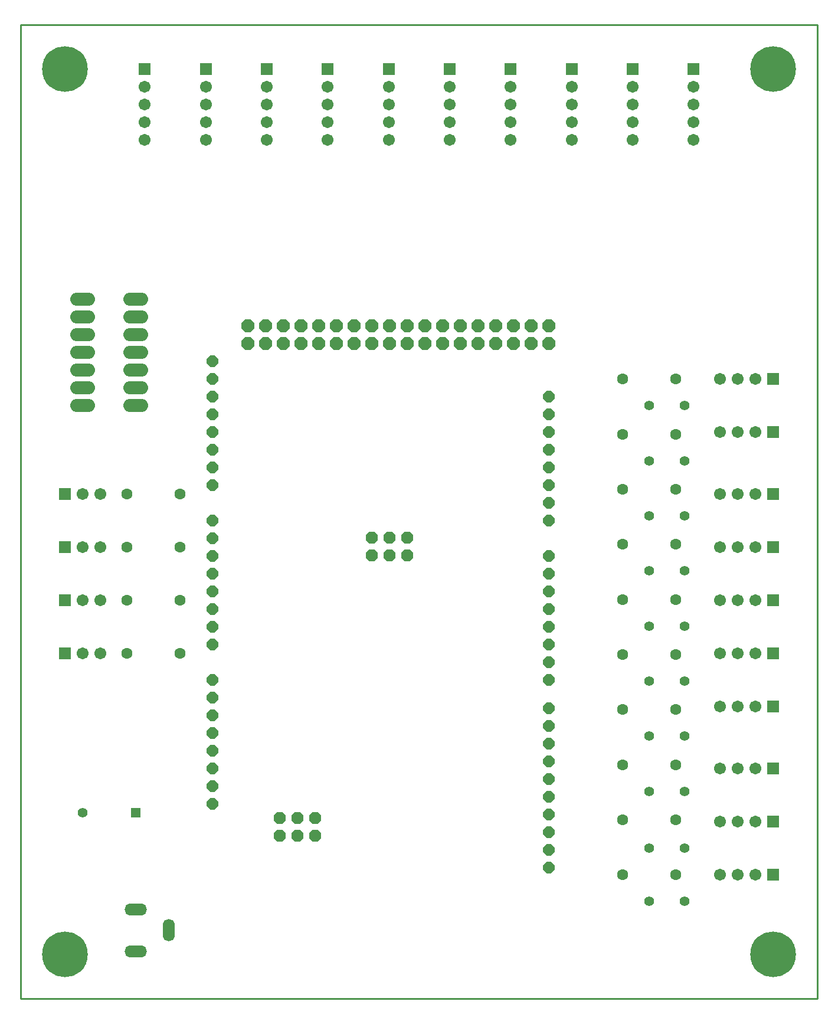
<source format=gts>
G04 Layer_Color=8388736*
%FSLAX25Y25*%
%MOIN*%
G70*
G01*
G75*
%ADD10C,0.01000*%
%ADD13C,0.00000*%
%ADD31C,0.06312*%
%ADD32C,0.05524*%
%ADD33R,0.05524X0.05524*%
%ADD34O,0.14000X0.07400*%
%ADD35P,0.08010X8X202.5*%
%ADD36P,0.07471X8X202.5*%
%ADD37P,0.06927X8X202.5*%
%ADD38C,0.25800*%
%ADD39R,0.06706X0.06706*%
%ADD40C,0.06706*%
%ADD41R,0.06706X0.06706*%
%ADD42O,0.06737X0.12674*%
%ADD43O,0.12674X0.06737*%
D10*
X-25000Y-24900D02*
X425000D01*
Y525000D01*
X-25000D02*
X425000D01*
X-25000Y-24900D02*
Y525000D01*
D13*
X56535Y10630D02*
Y16929D01*
Y10630D02*
X60472D01*
Y16929D01*
X56535D02*
X60472D01*
X36850Y0D02*
X43150D01*
Y3937D01*
X36850D02*
X43150D01*
X36850Y0D02*
Y3937D01*
Y23622D02*
X43150D01*
Y27559D01*
X36850D02*
X43150D01*
X36850Y23622D02*
Y27559D01*
D31*
X65000Y260000D02*
D03*
X35000D02*
D03*
X65000Y200000D02*
D03*
X35000D02*
D03*
X65000Y170000D02*
D03*
X35000D02*
D03*
X65000Y230000D02*
D03*
X35000D02*
D03*
X315000Y325000D02*
D03*
X345000D02*
D03*
X315000Y293889D02*
D03*
X345000D02*
D03*
X315000Y262778D02*
D03*
X345000D02*
D03*
X315000Y231667D02*
D03*
X345000D02*
D03*
X315000Y200555D02*
D03*
X345000D02*
D03*
X315000Y169444D02*
D03*
X345000D02*
D03*
X315000Y138333D02*
D03*
X345000D02*
D03*
X315000Y107222D02*
D03*
X345000D02*
D03*
X315000Y76111D02*
D03*
X345000D02*
D03*
X315000Y45000D02*
D03*
X345000D02*
D03*
D32*
X10000Y80000D02*
D03*
X350000Y310000D02*
D03*
X330000D02*
D03*
X350000Y278889D02*
D03*
X330000D02*
D03*
X350000Y247778D02*
D03*
X330000D02*
D03*
X350000Y216667D02*
D03*
X330000D02*
D03*
X350000Y185556D02*
D03*
X330000D02*
D03*
X350000Y154444D02*
D03*
X330000D02*
D03*
X350000Y123333D02*
D03*
X330000D02*
D03*
X350000Y92222D02*
D03*
X330000D02*
D03*
X350000Y60000D02*
D03*
X330000D02*
D03*
X350000Y30000D02*
D03*
X330000D02*
D03*
D33*
X40000Y80000D02*
D03*
D34*
X10000Y310000D02*
D03*
Y320000D02*
D03*
Y330000D02*
D03*
Y340000D02*
D03*
Y350000D02*
D03*
Y360000D02*
D03*
Y370000D02*
D03*
X40000Y310000D02*
D03*
Y370000D02*
D03*
Y360000D02*
D03*
Y350000D02*
D03*
Y340000D02*
D03*
Y330000D02*
D03*
Y320000D02*
D03*
D35*
X103298Y355100D02*
D03*
Y345100D02*
D03*
X113298Y355100D02*
D03*
Y345100D02*
D03*
X123298Y355100D02*
D03*
Y345100D02*
D03*
X133298Y355100D02*
D03*
Y345100D02*
D03*
X143298Y355100D02*
D03*
Y345100D02*
D03*
X153298Y355100D02*
D03*
Y345100D02*
D03*
X163298Y355100D02*
D03*
Y345100D02*
D03*
X173298Y355100D02*
D03*
Y345100D02*
D03*
X183298Y355100D02*
D03*
Y345100D02*
D03*
X193298Y355100D02*
D03*
Y345100D02*
D03*
X203298Y355100D02*
D03*
Y345100D02*
D03*
X213298Y355100D02*
D03*
Y345100D02*
D03*
X223298Y355100D02*
D03*
Y345100D02*
D03*
X233298Y355100D02*
D03*
Y345100D02*
D03*
X243298Y355100D02*
D03*
Y345100D02*
D03*
X253298Y355100D02*
D03*
Y345100D02*
D03*
X263298Y355100D02*
D03*
Y345100D02*
D03*
X273298Y355100D02*
D03*
Y345100D02*
D03*
D36*
X173298Y235600D02*
D03*
Y225600D02*
D03*
X183298Y235600D02*
D03*
Y225600D02*
D03*
X193298Y235600D02*
D03*
Y225600D02*
D03*
X141298Y67300D02*
D03*
Y77300D02*
D03*
X131298Y67300D02*
D03*
Y77300D02*
D03*
X121298Y67300D02*
D03*
Y77300D02*
D03*
D37*
X273298Y49100D02*
D03*
Y59100D02*
D03*
Y69100D02*
D03*
Y79100D02*
D03*
Y89100D02*
D03*
Y99100D02*
D03*
Y109100D02*
D03*
Y119100D02*
D03*
Y129100D02*
D03*
Y139100D02*
D03*
Y155100D02*
D03*
Y165100D02*
D03*
Y175100D02*
D03*
Y185100D02*
D03*
Y195100D02*
D03*
Y205100D02*
D03*
Y215100D02*
D03*
Y225100D02*
D03*
Y315100D02*
D03*
Y305100D02*
D03*
Y295100D02*
D03*
Y285100D02*
D03*
Y275100D02*
D03*
Y265100D02*
D03*
Y255100D02*
D03*
Y245100D02*
D03*
X83298Y155100D02*
D03*
Y145100D02*
D03*
Y135100D02*
D03*
Y125100D02*
D03*
Y115100D02*
D03*
Y105100D02*
D03*
Y95100D02*
D03*
Y85100D02*
D03*
Y245100D02*
D03*
Y235100D02*
D03*
Y225100D02*
D03*
Y215100D02*
D03*
Y205100D02*
D03*
Y195100D02*
D03*
Y185100D02*
D03*
Y175100D02*
D03*
Y335100D02*
D03*
Y325100D02*
D03*
Y315100D02*
D03*
Y305100D02*
D03*
Y295100D02*
D03*
Y285100D02*
D03*
Y275100D02*
D03*
Y265100D02*
D03*
D38*
X400000Y0D02*
D03*
X0D02*
D03*
Y500000D02*
D03*
X400000D02*
D03*
D39*
Y325000D02*
D03*
Y295000D02*
D03*
Y260000D02*
D03*
Y230000D02*
D03*
Y200000D02*
D03*
Y170000D02*
D03*
Y140000D02*
D03*
Y105000D02*
D03*
Y75000D02*
D03*
Y45000D02*
D03*
X0Y260000D02*
D03*
Y230000D02*
D03*
Y200000D02*
D03*
Y170000D02*
D03*
D40*
X390000Y325000D02*
D03*
X380000D02*
D03*
X370000D02*
D03*
X390000Y295000D02*
D03*
X380000D02*
D03*
X370000D02*
D03*
X390000Y260000D02*
D03*
X380000D02*
D03*
X370000D02*
D03*
X390000Y230000D02*
D03*
X380000D02*
D03*
X370000D02*
D03*
X390000Y200000D02*
D03*
X380000D02*
D03*
X370000D02*
D03*
X390000Y170000D02*
D03*
X380000D02*
D03*
X370000D02*
D03*
X390000Y140000D02*
D03*
X380000D02*
D03*
X370000D02*
D03*
X390000Y105000D02*
D03*
X380000D02*
D03*
X370000D02*
D03*
X390000Y75000D02*
D03*
X380000D02*
D03*
X370000D02*
D03*
X390000Y45000D02*
D03*
X380000D02*
D03*
X370000D02*
D03*
X45000Y490000D02*
D03*
Y480000D02*
D03*
Y470000D02*
D03*
Y460000D02*
D03*
X79444Y490000D02*
D03*
Y480000D02*
D03*
Y470000D02*
D03*
Y460000D02*
D03*
X113889Y490000D02*
D03*
Y480000D02*
D03*
Y470000D02*
D03*
Y460000D02*
D03*
X148333Y490000D02*
D03*
Y480000D02*
D03*
Y470000D02*
D03*
Y460000D02*
D03*
X182778Y490000D02*
D03*
Y480000D02*
D03*
Y470000D02*
D03*
Y460000D02*
D03*
X217222Y490000D02*
D03*
Y480000D02*
D03*
Y470000D02*
D03*
Y460000D02*
D03*
X251667Y490000D02*
D03*
Y480000D02*
D03*
Y470000D02*
D03*
Y460000D02*
D03*
X286111Y490000D02*
D03*
Y480000D02*
D03*
Y470000D02*
D03*
Y460000D02*
D03*
X320555Y490000D02*
D03*
Y480000D02*
D03*
Y470000D02*
D03*
Y460000D02*
D03*
X355000Y490000D02*
D03*
Y480000D02*
D03*
Y470000D02*
D03*
Y460000D02*
D03*
X20000Y260000D02*
D03*
X10000D02*
D03*
X20000Y230000D02*
D03*
X10000D02*
D03*
X20000Y200000D02*
D03*
X10000D02*
D03*
X20000Y170000D02*
D03*
X10000D02*
D03*
D41*
X45000Y500000D02*
D03*
X79444D02*
D03*
X113889D02*
D03*
X148333D02*
D03*
X182778D02*
D03*
X217222D02*
D03*
X251667D02*
D03*
X286111D02*
D03*
X320555D02*
D03*
X355000D02*
D03*
D42*
X58504Y13780D02*
D03*
D43*
X40000Y1969D02*
D03*
Y25591D02*
D03*
M02*

</source>
